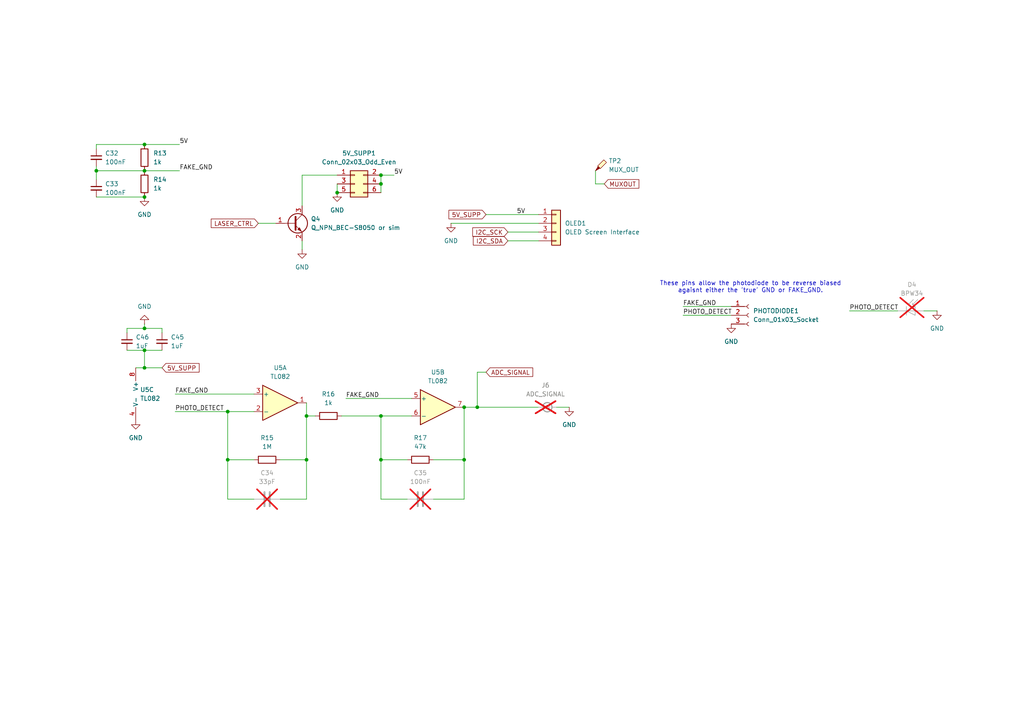
<source format=kicad_sch>
(kicad_sch (version 20250114) (generator "eeschema") (generator_version "9.0")
  (paper "A4")
  (title_block (title "Uncut Gem - Transimpedence Amp") (rev "rev 0.2") (company "Quantum Village Inc.") (comment 1 "C34/C35 are optional - Puts the opamps into integrator mode."))
  (lib_symbols
    (symbol "Amplifier_Operational:TL082" (pin_names (offset 0.127))
      (property "Reference" "U" (at 0 5.08 0))
      (property "Value" "TL082" (at 0 -5.08 0))
      (symbol "TL082_1_1"
        (polyline (pts (xy -5.08 5.08) (xy 5.08 0) (xy -5.08 -5.08) (xy -5.08 5.08)) (stroke (width 0.254)) (fill (type background)))
        (pin input line (at -7.62 2.54 0) (length 2.54) (name "+") (number "3"))
        (pin input line (at -7.62 -2.54 0) (length 2.54) (name "-") (number "2"))
        (pin output line (at 7.62 0 180) (length 2.54) (name "~") (number "1"))
      )
      (symbol "TL082_2_1"
        (polyline (pts (xy -5.08 5.08) (xy 5.08 0) (xy -5.08 -5.08) (xy -5.08 5.08)) (stroke (width 0.254)) (fill (type background)))
        (pin input line (at -7.62 2.54 0) (length 2.54) (name "+") (number "5"))
        (pin input line (at -7.62 -2.54 0) (length 2.54) (name "-") (number "6"))
        (pin output line (at 7.62 0 180) (length 2.54) (name "~") (number "7"))
      )
      (symbol "TL082_3_1"
        (pin power_in line (at -2.54 7.62 270) (length 3.81) (name "V+") (number "8"))
        (pin power_in line (at -2.54 -7.62 90) (length 3.81) (name "V-") (number "4"))
      )
    )
    (symbol "Connector:Conn_01x03_Socket" (pin_names (offset 1.016) (hide yes))
      (property "Reference" "J" (at 0 5.08 0))
      (property "Value" "Conn_01x03_Socket" (at 0 -5.08 0))
      (symbol "Conn_01x03_Socket_1_1"
        (polyline (pts (xy -1.27 2.54) (xy -0.508 2.54)) (stroke (width 0.1524)))
        (polyline (pts (xy -1.27 0) (xy -0.508 0)) (stroke (width 0.1524)))
        (polyline (pts (xy -1.27 -2.54) (xy -0.508 -2.54)) (stroke (width 0.1524)))
        (arc (start 0 2.032) (mid -0.5058 2.54) (end 0 3.048) (stroke (width 0.1524)))
        (arc (start 0 -0.508) (mid -0.5058 0) (end 0 0.508) (stroke (width 0.1524)))
        (arc (start 0 -3.048) (mid -0.5058 -2.54) (end 0 -2.032) (stroke (width 0.1524)))
        (pin passive line (at -5.08 2.54 0) (length 3.81) (name "Pin_1") (number "1"))
        (pin passive line (at -5.08 0 0) (length 3.81) (name "Pin_2") (number "2"))
        (pin passive line (at -5.08 -2.54 0) (length 3.81) (name "Pin_3") (number "3"))
      )
    )
    (symbol "Connector:Conn_Coaxial_Small" (pin_numbers (hide yes)) (pin_names (offset 1.016) (hide yes))
      (property "Reference" "J" (at 0.254 3.048 0))
      (property "Value" "Conn_Coaxial_Small" (at 0 -3.81 0))
      (symbol "Conn_Coaxial_Small_0_1"
        (polyline (pts (xy -2.54 0) (xy -0.508 0)))
        (circle (center 0 0) (radius 0.508) (stroke (width 0.2032)))
      )
      (symbol "Conn_Coaxial_Small_1_1"
        (arc (start 1.3484 0.0039) (mid 0.327 -1.308) (end -1.1916 -0.6311) (stroke (width 0.3048)))
        (arc (start -1.1916 0.6311) (mid 0.327 1.3081) (end 1.3484 -0.0039) (stroke (width 0.3048)))
        (pin passive line (at -2.54 0 0) (length 1.27) (name "In") (number "1"))
        (pin passive line (at 2.54 0 180) (length 1.27) (name "Ext") (number "2"))
      )
    )
    (symbol "Connector:TestPoint_Probe" (pin_numbers (hide yes)) (pin_names (offset 0.762) (hide yes))
      (property "Reference" "TP" (at 1.651 5.842 0))
      (property "Value" "TestPoint_Probe" (at 1.651 4.064 0))
      (symbol "TestPoint_Probe_0_1"
        (polyline (pts (xy 1.27 0.762) (xy 0 0) (xy 0.762 1.27) (xy 1.27 0.762)) (fill (type outline)))
        (polyline (pts (xy 1.397 0.635) (xy 0.635 1.397) (xy 2.413 3.175) (xy 3.175 2.413) (xy 1.397 0.635)) (fill (type background)))
      )
      (symbol "TestPoint_Probe_1_1"
        (pin passive line (at 0 0 90) (length 0) (name "1") (number "1"))
      )
    )
    (symbol "Connector_Generic:Conn_01x04" (pin_names (offset 1.016) (hide yes))
      (property "Reference" "J" (at 0 5.08 0))
      (property "Value" "Conn_01x04" (at 0 -7.62 0))
      (symbol "Conn_01x04_1_1"
        (rectangle (start -1.27 3.81) (end 1.27 -6.35) (stroke (width 0.254)) (fill (type background)))
        (rectangle (start -1.27 2.667) (end 0 2.413) (stroke (width 0.1524)))
        (rectangle (start -1.27 0.127) (end 0 -0.127) (stroke (width 0.1524)))
        (rectangle (start -1.27 -2.413) (end 0 -2.667) (stroke (width 0.1524)))
        (rectangle (start -1.27 -4.953) (end 0 -5.207) (stroke (width 0.1524)))
        (pin passive line (at -5.08 2.54 0) (length 3.81) (name "Pin_1") (number "1"))
        (pin passive line (at -5.08 0 0) (length 3.81) (name "Pin_2") (number "2"))
        (pin passive line (at -5.08 -2.54 0) (length 3.81) (name "Pin_3") (number "3"))
        (pin passive line (at -5.08 -5.08 0) (length 3.81) (name "Pin_4") (number "4"))
      )
    )
    (symbol "Connector_Generic:Conn_02x03_Odd_Even" (pin_names (offset 1.016) (hide yes))
      (property "Reference" "J" (at 1.27 5.08 0))
      (property "Value" "Conn_02x03_Odd_Even" (at 1.27 -5.08 0))
      (symbol "Conn_02x03_Odd_Even_1_1"
        (rectangle (start -1.27 3.81) (end 3.81 -3.81) (stroke (width 0.254)) (fill (type background)))
        (rectangle (start -1.27 2.667) (end 0 2.413) (stroke (width 0.1524)))
        (rectangle (start -1.27 0.127) (end 0 -0.127) (stroke (width 0.1524)))
        (rectangle (start -1.27 -2.413) (end 0 -2.667) (stroke (width 0.1524)))
        (rectangle (start 3.81 2.667) (end 2.54 2.413) (stroke (width 0.1524)))
        (rectangle (start 3.81 0.127) (end 2.54 -0.127) (stroke (width 0.1524)))
        (rectangle (start 3.81 -2.413) (end 2.54 -2.667) (stroke (width 0.1524)))
        (pin passive line (at -5.08 2.54 0) (length 3.81) (name "Pin_1") (number "1"))
        (pin passive line (at -5.08 0 0) (length 3.81) (name "Pin_3") (number "3"))
        (pin passive line (at -5.08 -2.54 0) (length 3.81) (name "Pin_5") (number "5"))
        (pin passive line (at 7.62 2.54 180) (length 3.81) (name "Pin_2") (number "2"))
        (pin passive line (at 7.62 0 180) (length 3.81) (name "Pin_4") (number "4"))
        (pin passive line (at 7.62 -2.54 180) (length 3.81) (name "Pin_6") (number "6"))
      )
    )
    (symbol "Device:C" (pin_numbers (hide yes)) (pin_names (offset 0.254))
      (property "Reference" "C" (at 0.635 2.54 0))
      (property "Value" "C" (at 0.635 -2.54 0))
      (symbol "C_0_1"
        (polyline (pts (xy -2.032 0.762) (xy 2.032 0.762)) (stroke (width 0.508)))
        (polyline (pts (xy -2.032 -0.762) (xy 2.032 -0.762)) (stroke (width 0.508)))
      )
      (symbol "C_1_1"
        (pin passive line (at 0 3.81 270) (length 2.794) (name "~") (number "1"))
        (pin passive line (at 0 -3.81 90) (length 2.794) (name "~") (number "2"))
      )
    )
    (symbol "Device:C_Small" (pin_numbers (hide yes)) (pin_names (offset 0.254) (hide yes))
      (property "Reference" "C" (at 0.254 1.778 0))
      (property "Value" "C_Small" (at 0.254 -2.032 0))
      (symbol "C_Small_0_1"
        (polyline (pts (xy -1.524 0.508) (xy 1.524 0.508)) (stroke (width 0.3048)))
        (polyline (pts (xy -1.524 -0.508) (xy 1.524 -0.508)) (stroke (width 0.3302)))
      )
      (symbol "C_Small_1_1"
        (pin passive line (at 0 2.54 270) (length 2.032) (name "~") (number "1"))
        (pin passive line (at 0 -2.54 90) (length 2.032) (name "~") (number "2"))
      )
    )
    (symbol "Device:R" (pin_numbers (hide yes)) (pin_names (offset 0))
      (property "Reference" "R" (at 2.032 0 90))
      (property "Value" "R" (at 0 0 90))
      (symbol "R_0_1"
        (rectangle (start -1.016 -2.54) (end 1.016 2.54) (stroke (width 0.254)))
      )
      (symbol "R_1_1"
        (pin passive line (at 0 3.81 270) (length 1.27) (name "~") (number "1"))
        (pin passive line (at 0 -3.81 90) (length 1.27) (name "~") (number "2"))
      )
    )
    (symbol "Sensor_Optical:BPW34" (pin_numbers (hide yes)) (pin_names (offset 1.016) (hide yes))
      (property "Reference" "D" (at 0.508 1.778 0))
      (property "Value" "BPW34" (at -1.016 -2.794 0))
      (symbol "BPW34_0_1"
        (polyline (pts (xy -2.54 1.27) (xy -2.54 -1.27)) (stroke (width 0.1524)))
        (polyline (pts (xy -2.032 1.778) (xy -1.524 1.778)))
        (polyline (pts (xy -0.508 3.302) (xy -2.032 1.778) (xy -2.032 2.286)))
        (polyline (pts (xy 0 1.27) (xy -2.54 0) (xy 0 -1.27)))
        (polyline (pts (xy 0 0) (xy -2.54 0)))
        (polyline (pts (xy 0 -1.27) (xy 0 1.27)))
        (polyline (pts (xy 0.762 3.302) (xy -0.762 1.778) (xy -0.762 2.286) (xy -0.762 1.778) (xy -0.254 1.778)))
      )
      (symbol "BPW34_1_1"
        (pin passive line (at -5.08 0 0) (length 2.54) (name "K") (number "1"))
        (pin passive line (at 2.54 0 180) (length 2.54) (name "A") (number "2"))
      )
    )
    (symbol "Transistor_BJT:Q_NPN_BEC" (pin_names (offset 0) (hide yes))
      (property "Reference" "Q" (at 5.08 1.27 0))
      (property "Value" "Q_NPN_BEC" (at 5.08 -1.27 0))
      (symbol "Q_NPN_BEC_0_1"
        (polyline (pts (xy -2.54 0) (xy 0.635 0)))
        (polyline (pts (xy 0.635 1.905) (xy 0.635 -1.905)) (stroke (width 0.508)))
        (circle (center 1.27 0) (radius 2.8194) (stroke (width 0.254)))
      )
      (symbol "Q_NPN_BEC_1_1"
        (polyline (pts (xy 0.635 0.635) (xy 2.54 2.54)))
        (polyline (pts (xy 0.635 -0.635) (xy 2.54 -2.54)))
        (polyline (pts (xy 1.27 -1.778) (xy 1.778 -1.27) (xy 2.286 -2.286) (xy 1.27 -1.778)) (fill (type outline)))
        (pin input line (at -5.08 0 0) (length 2.54) (name "B") (number "1"))
        (pin passive line (at 2.54 5.08 270) (length 2.54) (name "C") (number "3"))
        (pin passive line (at 2.54 -5.08 90) (length 2.54) (name "E") (number "2"))
      )
    )
    (symbol "power:GND" (power) (pin_numbers (hide yes)) (pin_names (offset 0) (hide yes))
      (property "Value" "GND" (at 0 -3.81 0))
      (symbol "GND_0_1"
        (polyline (pts (xy 0 0) (xy 0 -1.27) (xy 1.27 -1.27) (xy 0 -2.54) (xy -1.27 -1.27) (xy 0 -1.27)))
      )
      (symbol "GND_1_1"
        (pin power_in line (at 0 0 270) (length 0) (name "~") (number "1"))
      )
    )
  )
  (text "These pins allow the photodiode to be reverse biased\nagaisnt either the 'true' GND or FAKE_GND." (at 217.678 83.312 0) (effects (font (size 1.27 1.27))))
  (junction (at 134.62 118.11))
  (junction (at 134.62 133.35))
  (junction (at 110.49 50.8))
  (junction (at 110.49 53.34))
  (junction (at 41.91 106.68))
  (junction (at 66.04 119.38))
  (junction (at 41.91 49.53))
  (junction (at 66.04 133.35))
  (junction (at 27.94 49.53))
  (junction (at 41.91 101.6))
  (junction (at 110.49 133.35))
  (junction (at 88.9 133.35))
  (junction (at 88.9 120.65))
  (junction (at 41.91 95.25))
  (junction (at 41.91 41.91))
  (junction (at 110.49 120.65))
  (junction (at 138.43 118.11))
  (junction (at 97.79 55.88))
  (junction (at 41.91 57.15))
  (wire (pts (xy 147.32 67.31) (xy 156.21 67.31)))
  (wire (pts (xy 198.12 88.9) (xy 212.09 88.9)))
  (wire (pts (xy 88.9 120.65) (xy 88.9 133.35)))
  (wire (pts (xy 87.63 50.8) (xy 97.79 50.8)))
  (wire (pts (xy 99.06 120.65) (xy 110.49 120.65)))
  (wire (pts (xy 36.83 101.6) (xy 41.91 101.6)))
  (wire (pts (xy 41.91 93.98) (xy 41.91 95.25)))
  (wire (pts (xy 267.97 90.17) (xy 271.78 90.17)))
  (wire (pts (xy 46.99 95.25) (xy 41.91 95.25)))
  (wire (pts (xy 110.49 133.35) (xy 110.49 120.65)))
  (wire (pts (xy 41.91 101.6) (xy 46.99 101.6)))
  (wire (pts (xy 27.94 57.15) (xy 41.91 57.15)))
  (wire (pts (xy 41.91 95.25) (xy 36.83 95.25)))
  (wire (pts (xy 100.33 115.57) (xy 119.38 115.57)))
  (wire (pts (xy 134.62 118.11) (xy 134.62 133.35)))
  (wire (pts (xy 81.28 133.35) (xy 88.9 133.35)))
  (wire (pts (xy 212.09 91.44) (xy 198.12 91.44)))
  (wire (pts (xy 27.94 49.53) (xy 41.91 49.53)))
  (wire (pts (xy 46.99 96.52) (xy 46.99 95.25)))
  (wire (pts (xy 110.49 53.34) (xy 110.49 55.88)))
  (wire (pts (xy 172.72 53.34) (xy 172.72 49.53)))
  (wire (pts (xy 50.8 114.3) (xy 73.66 114.3)))
  (wire (pts (xy 134.62 133.35) (xy 134.62 144.78)))
  (wire (pts (xy 110.49 144.78) (xy 110.49 133.35)))
  (wire (pts (xy 27.94 41.91) (xy 27.94 43.18)))
  (wire (pts (xy 27.94 49.53) (xy 27.94 52.07)))
  (wire (pts (xy 161.29 118.11) (xy 165.1 118.11)))
  (wire (pts (xy 147.32 69.85) (xy 156.21 69.85)))
  (wire (pts (xy 140.97 62.23) (xy 156.21 62.23)))
  (wire (pts (xy 66.04 144.78) (xy 66.04 133.35)))
  (wire (pts (xy 39.37 106.68) (xy 41.91 106.68)))
  (wire (pts (xy 87.63 59.69) (xy 87.63 50.8)))
  (wire (pts (xy 27.94 48.26) (xy 27.94 49.53)))
  (wire (pts (xy 134.62 118.11) (xy 138.43 118.11)))
  (wire (pts (xy 110.49 50.8) (xy 110.49 53.34)))
  (wire (pts (xy 134.62 144.78) (xy 125.73 144.78)))
  (wire (pts (xy 88.9 144.78) (xy 88.9 133.35)))
  (wire (pts (xy 41.91 49.53) (xy 52.07 49.53)))
  (wire (pts (xy 74.93 64.77) (xy 80.01 64.77)))
  (wire (pts (xy 73.66 133.35) (xy 66.04 133.35)))
  (wire (pts (xy 138.43 107.95) (xy 138.43 118.11)))
  (wire (pts (xy 110.49 50.8) (xy 114.3 50.8)))
  (wire (pts (xy 88.9 116.84) (xy 88.9 120.65)))
  (wire (pts (xy 36.83 95.25) (xy 36.83 96.52)))
  (wire (pts (xy 41.91 101.6) (xy 41.91 106.68)))
  (wire (pts (xy 41.91 106.68) (xy 46.99 106.68)))
  (wire (pts (xy 97.79 53.34) (xy 97.79 55.88)))
  (wire (pts (xy 88.9 120.65) (xy 91.44 120.65)))
  (wire (pts (xy 66.04 119.38) (xy 66.04 133.35)))
  (wire (pts (xy 246.38 90.17) (xy 260.35 90.17)))
  (wire (pts (xy 134.62 133.35) (xy 125.73 133.35)))
  (wire (pts (xy 73.66 144.78) (xy 66.04 144.78)))
  (wire (pts (xy 172.72 53.34) (xy 175.26 53.34)))
  (wire (pts (xy 118.11 144.78) (xy 110.49 144.78)))
  (wire (pts (xy 110.49 120.65) (xy 119.38 120.65)))
  (wire (pts (xy 27.94 41.91) (xy 41.91 41.91)))
  (wire (pts (xy 130.81 64.77) (xy 156.21 64.77)))
  (wire (pts (xy 41.91 41.91) (xy 52.07 41.91)))
  (wire (pts (xy 110.49 133.35) (xy 118.11 133.35)))
  (wire (pts (xy 50.8 119.38) (xy 66.04 119.38)))
  (wire (pts (xy 140.97 107.95) (xy 138.43 107.95)))
  (wire (pts (xy 66.04 119.38) (xy 73.66 119.38)))
  (wire (pts (xy 138.43 118.11) (xy 156.21 118.11)))
  (wire (pts (xy 87.63 69.85) (xy 87.63 72.39)))
  (wire (pts (xy 81.28 144.78) (xy 88.9 144.78)))
  (label "5V" (at 52.07 41.91 0))
  (label "5V" (at 149.86 62.23 0))
  (label "PHOTO_DETECT" (at 246.38 90.17 0))
  (label "FAKE_GND" (at 50.8 114.3 0))
  (label "PHOTO_DETECT" (at 50.8 119.38 0))
  (label "FAKE_GND" (at 100.33 115.57 0))
  (label "FAKE_GND" (at 52.07 49.53 0))
  (label "5V" (at 114.3 50.8 0))
  (label "PHOTO_DETECT" (at 198.12 91.44 0))
  (label "FAKE_GND" (at 198.12 88.9 0))
  (global_label "I2C_SDA" (shape input) (at 147.32 69.85 180) (property "Intersheetrefs" "${INTERSHEET_REFS}" (effects (hide yes))))
  (global_label "I2C_SCK" (shape input) (at 147.32 67.31 180) (property "Intersheetrefs" "${INTERSHEET_REFS}" (effects (hide yes))))
  (global_label "ADC_SIGNAL" (shape input) (at 140.97 107.95 0) (property "Intersheetrefs" "${INTERSHEET_REFS}" (effects (hide yes))))
  (global_label "MUXOUT" (shape input) (at 175.26 53.34 0) (property "Intersheetrefs" "${INTERSHEET_REFS}" (effects (hide yes))))
  (global_label "LASER_CTRL" (shape input) (at 74.93 64.77 180) (property "Intersheetrefs" "${INTERSHEET_REFS}" (effects (hide yes))))
  (global_label "5V_SUPP" (shape input) (at 140.97 62.23 180) (property "Intersheetrefs" "${INTERSHEET_REFS}" (effects (hide yes))))
  (global_label "5V_SUPP" (shape input) (at 46.99 106.68 0) (property "Intersheetrefs" "${INTERSHEET_REFS}" (effects (hide yes))))
  (symbol (lib_id "power:GND") (at 130.81 64.77 0) (unit 1)
    (property "Reference" "#PWR036" (effects (hide yes)))
    (property "Value" "GND" (at 130.81 69.85 0))
    (property "Description" "Power symbol creates a global label with name \"GND\" , ground" (effects (hide yes)))
  )
  (symbol (lib_id "Amplifier_Operational:TL082") (at 127 118.11 0) (unit 2)
    (property "Reference" "U5" (at 127 107.95 0))
    (property "Value" "TL082" (at 127 110.49 0))
    (property "Footprint" "Package_SO:SOIC-8_3.9x4.9mm_P1.27mm" (effects (hide yes)))
    (property "Datasheet" "http://www.ti.com/lit/ds/symlink/tl081.pdf" (effects (hide yes)))
    (property "Description" "Dual JFET-Input Operational Amplifiers, DIP-8/SOIC-8/SSOP-8" (effects (hide yes)))
  )
  (symbol (lib_id "power:GND") (at 271.78 90.17 0) (unit 1)
    (property "Reference" "#PWR040" (effects (hide yes)))
    (property "Value" "GND" (at 271.78 95.25 0))
    (property "Description" "Power symbol creates a global label with name \"GND\" , ground" (effects (hide yes)))
  )
  (symbol (lib_id "Device:C_Small") (at 27.94 54.61 0) (unit 1)
    (property "Reference" "C33" (at 30.48 53.3462 0) (effects (justify left)))
    (property "Value" "100nF" (at 30.48 55.8862 0) (effects (justify left)))
    (property "Footprint" "Capacitor_SMD:C_0603_1608Metric_Pad1.08x0.95mm_HandSolder" (effects (hide yes)))
    (property "Description" "Unpolarized capacitor, small symbol" (effects (hide yes)))
  )
  (symbol (lib_id "Device:R") (at 121.92 133.35 90) (unit 1)
    (property "Reference" "R17" (at 121.92 127 90))
    (property "Value" "47k" (at 121.92 129.54 90))
    (property "Footprint" "Resistor_SMD:R_0603_1608Metric_Pad0.98x0.95mm_HandSolder" (effects (hide yes)))
    (property "Description" "Resistor" (effects (hide yes)))
  )
  (symbol (lib_id "power:GND") (at 97.79 55.88 0) (unit 1)
    (property "Reference" "#PWR035" (effects (hide yes)))
    (property "Value" "GND" (at 97.79 60.96 0))
    (property "Description" "Power symbol creates a global label with name \"GND\" , ground" (effects (hide yes)))
  )
  (symbol (lib_id "power:GND") (at 212.09 93.98 0) (unit 1)
    (property "Reference" "#PWR039" (effects (hide yes)))
    (property "Value" "GND" (at 212.09 99.06 0))
    (property "Description" "Power symbol creates a global label with name \"GND\" , ground" (effects (hide yes)))
  )
  (symbol (lib_id "Device:C_Small") (at 27.94 45.72 0) (unit 1)
    (property "Reference" "C32" (at 30.48 44.4562 0) (effects (justify left)))
    (property "Value" "100nF" (at 30.48 46.9962 0) (effects (justify left)))
    (property "Footprint" "Capacitor_SMD:C_0603_1608Metric_Pad1.08x0.95mm_HandSolder" (effects (hide yes)))
    (property "Description" "Unpolarized capacitor, small symbol" (effects (hide yes)))
  )
  (symbol (lib_id "Amplifier_Operational:TL082") (at 41.91 114.3 0) (unit 3)
    (property "Reference" "U5" (at 40.64 113.0299 0) (effects (justify left)))
    (property "Value" "TL082" (at 40.64 115.5699 0) (effects (justify left)))
    (property "Footprint" "Package_SO:SOIC-8_3.9x4.9mm_P1.27mm" (effects (hide yes)))
    (property "Datasheet" "http://www.ti.com/lit/ds/symlink/tl081.pdf" (effects (hide yes)))
    (property "Description" "Dual JFET-Input Operational Amplifiers, DIP-8/SOIC-8/SSOP-8" (effects (hide yes)))
  )
  (symbol (lib_id "Transistor_BJT:Q_NPN_BEC") (at 85.09 64.77 0) (unit 1)
    (property "Reference" "Q4" (at 90.17 63.4999 0) (effects (justify left)))
    (property "Value" "Q_NPN_BEC-S8050 or sim" (at 90.17 66.0399 0) (effects (justify left)))
    (property "Footprint" "Package_TO_SOT_SMD:SOT-23-3" (effects (hide yes)))
    (property "Description" "NPN transistor, base/emitter/collector" (effects (hide yes)))
  )
  (symbol (lib_id "power:GND") (at 41.91 57.15 0) (unit 1)
    (property "Reference" "#PWR030" (effects (hide yes)))
    (property "Value" "GND" (at 41.91 62.23 0))
    (property "Description" "Power symbol creates a global label with name \"GND\" , ground" (effects (hide yes)))
  )
  (symbol (lib_id "Device:C") (at 121.92 144.78 90) (unit 1) (dnp yes)
    (property "Reference" "C35" (at 121.92 137.16 90))
    (property "Value" "100nF" (at 121.92 139.7 90))
    (property "Footprint" "Capacitor_SMD:C_0603_1608Metric_Pad1.08x0.95mm_HandSolder" (effects (hide yes)))
    (property "Description" "Unpolarized capacitor" (effects (hide yes)))
  )
  (symbol (lib_id "Connector:Conn_Coaxial_Small") (at 158.75 118.11 0) (unit 1) (dnp yes)
    (property "Reference" "J6" (at 158.2304 111.76 0))
    (property "Value" "ADC_SIGNAL" (at 158.2304 114.3 0))
    (property "Footprint" "Connector_Coaxial:SMA_Molex_73251-2200_Horizontal" (effects (hide yes)))
    (property "Description" "small coaxial connector (BNC, SMA, SMB, SMC, Cinch/RCA, LEMO, ...)" (effects (hide yes)))
  )
  (symbol (lib_id "power:GND") (at 165.1 118.11 0) (unit 1)
    (property "Reference" "#PWR033" (effects (hide yes)))
    (property "Value" "GND" (at 165.1 123.19 0))
    (property "Description" "Power symbol creates a global label with name \"GND\" , ground" (effects (hide yes)))
  )
  (symbol (lib_id "Device:C") (at 77.47 144.78 90) (unit 1) (dnp yes)
    (property "Reference" "C34" (at 77.47 137.16 90))
    (property "Value" "33pF" (at 77.47 139.7 90))
    (property "Footprint" "Capacitor_SMD:C_0603_1608Metric_Pad1.08x0.95mm_HandSolder" (effects (hide yes)))
    (property "Description" "Unpolarized capacitor" (effects (hide yes)))
  )
  (symbol (lib_id "power:GND") (at 39.37 121.92 0) (unit 1)
    (property "Reference" "#PWR031" (effects (hide yes)))
    (property "Value" "GND" (at 39.37 127 0))
    (property "Description" "Power symbol creates a global label with name \"GND\" , ground" (effects (hide yes)))
  )
  (symbol (lib_id "Connector_Generic:Conn_01x04") (at 161.29 64.77 0) (unit 1)
    (property "Reference" "OLED1" (at 163.83 64.7699 0) (effects (justify left)))
    (property "Value" "OLED Screen Interface" (at 163.83 67.3099 0) (effects (justify left)))
    (property "Footprint" "Connector_PinSocket_2.54mm:PinSocket_1x04_P2.54mm_Vertical" (effects (hide yes)))
    (property "Description" "Generic connector, single row, 01x04, script generated (kicad-library-utils/schlib/autogen/connector/)" (effects (hide yes)))
  )
  (symbol (lib_id "Device:R") (at 41.91 53.34 0) (unit 1)
    (property "Reference" "R14" (at 44.45 52.0699 0) (effects (justify left)))
    (property "Value" "1k" (at 44.45 54.6099 0) (effects (justify left)))
    (property "Footprint" "Resistor_SMD:R_0603_1608Metric_Pad0.98x0.95mm_HandSolder" (effects (hide yes)))
    (property "Description" "Resistor" (effects (hide yes)))
  )
  (symbol (lib_id "Sensor_Optical:BPW34") (at 265.43 90.17 0) (unit 1) (dnp yes)
    (property "Reference" "D4" (at 264.5029 82.55 0))
    (property "Value" "BPW34" (at 264.5029 85.09 0))
    (property "Footprint" "OptoDevice:Osram_DIL2_4.3x4.65mm_P5.08mm" (effects (hide yes)))
    (property "Datasheet" "http://www.vishay.com/docs/81521/bpw34.pdf" (effects (hide yes)))
    (property "Description" "Silicon PIN Photodiode" (effects (hide yes)))
  )
  (symbol (lib_id "Device:C_Small") (at 36.83 99.06 0) (unit 1)
    (property "Reference" "C46" (at 39.37 97.7962 0) (effects (justify left)))
    (property "Value" "1uF" (at 39.37 100.3362 0) (effects (justify left)))
    (property "Footprint" "Capacitor_SMD:C_0603_1608Metric_Pad1.08x0.95mm_HandSolder" (effects (hide yes)))
    (property "Description" "Unpolarized capacitor, small symbol" (effects (hide yes)))
  )
  (symbol (lib_id "Device:R") (at 95.25 120.65 90) (unit 1)
    (property "Reference" "R16" (at 95.25 114.3 90))
    (property "Value" "1k" (at 95.25 116.84 90))
    (property "Footprint" "Resistor_SMD:R_0603_1608Metric_Pad0.98x0.95mm_HandSolder" (effects (hide yes)))
    (property "Description" "Resistor" (effects (hide yes)))
  )
  (symbol (lib_id "power:GND") (at 41.91 93.98 180) (unit 1)
    (property "Reference" "#PWR055" (effects (hide yes)))
    (property "Value" "GND" (at 41.91 88.9 0))
    (property "Description" "Power symbol creates a global label with name \"GND\" , ground" (effects (hide yes)))
  )
  (symbol (lib_id "Connector:TestPoint_Probe") (at 172.72 49.53 0) (unit 1)
    (property "Reference" "TP2" (at 176.53 46.6724 0) (effects (justify left)))
    (property "Value" "MUX_OUT" (at 176.53 49.2124 0) (effects (justify left)))
    (property "Footprint" "TestPoint:TestPoint_THTPad_D2.5mm_Drill1.2mm" (effects (hide yes)))
    (property "Description" "test point (alternative probe-style design)" (effects (hide yes)))
  )
  (symbol (lib_id "Amplifier_Operational:TL082") (at 81.28 116.84 0) (unit 1)
    (property "Reference" "U5" (at 81.28 106.68 0))
    (property "Value" "TL082" (at 81.28 109.22 0))
    (property "Footprint" "Package_SO:SOIC-8_3.9x4.9mm_P1.27mm" (effects (hide yes)))
    (property "Datasheet" "http://www.ti.com/lit/ds/symlink/tl081.pdf" (effects (hide yes)))
    (property "Description" "Dual JFET-Input Operational Amplifiers, DIP-8/SOIC-8/SSOP-8" (effects (hide yes)))
  )
  (symbol (lib_id "Connector_Generic:Conn_02x03_Odd_Even") (at 102.87 53.34 0) (unit 1)
    (property "Reference" "5V_SUPP1" (at 104.14 44.45 0))
    (property "Value" "Conn_02x03_Odd_Even" (at 104.14 46.99 0))
    (property "Footprint" "Connector_PinHeader_2.54mm:PinHeader_2x03_P2.54mm_Vertical" (effects (hide yes)))
    (property "Description" "Generic connector, double row, 02x03, odd/even pin numbering scheme (row 1 odd numbers, row 2 even numbers), script generated (kicad-library-utils/schlib/autogen/connector/)" (effects (hide yes)))
  )
  (symbol (lib_id "Device:R") (at 41.91 45.72 0) (unit 1)
    (property "Reference" "R13" (at 44.45 44.4499 0) (effects (justify left)))
    (property "Value" "1k" (at 44.45 46.9899 0) (effects (justify left)))
    (property "Footprint" "Resistor_SMD:R_0603_1608Metric_Pad0.98x0.95mm_HandSolder" (effects (hide yes)))
    (property "Description" "Resistor" (effects (hide yes)))
  )
  (symbol (lib_id "Connector:Conn_01x03_Socket") (at 217.17 91.44 0) (unit 1)
    (property "Reference" "PHOTODIODE1" (at 218.44 90.1699 0) (effects (justify left)))
    (property "Value" "Conn_01x03_Socket" (at 218.44 92.7099 0) (effects (justify left)))
    (property "Footprint" "Connector_PinSocket_2.54mm:PinSocket_1x03_P2.54mm_Vertical" (effects (hide yes)))
    (property "Description" "Generic connector, single row, 01x03, script generated" (effects (hide yes)))
  )
  (symbol (lib_id "Device:C_Small") (at 46.99 99.06 0) (unit 1)
    (property "Reference" "C45" (at 49.53 97.7962 0) (effects (justify left)))
    (property "Value" "1uF" (at 49.53 100.3362 0) (effects (justify left)))
    (property "Footprint" "Capacitor_SMD:C_0603_1608Metric_Pad1.08x0.95mm_HandSolder" (effects (hide yes)))
    (property "Description" "Unpolarized capacitor, small symbol" (effects (hide yes)))
  )
  (symbol (lib_id "Device:R") (at 77.47 133.35 90) (unit 1)
    (property "Reference" "R15" (at 77.47 127 90))
    (property "Value" "1M" (at 77.47 129.54 90))
    (property "Footprint" "Resistor_SMD:R_0603_1608Metric_Pad0.98x0.95mm_HandSolder" (effects (hide yes)))
    (property "Description" "Resistor" (effects (hide yes)))
  )
  (symbol (lib_id "power:GND") (at 87.63 72.39 0) (unit 1)
    (property "Reference" "#PWR041" (effects (hide yes)))
    (property "Value" "GND" (at 87.63 77.47 0))
    (property "Description" "Power symbol creates a global label with name \"GND\" , ground" (effects (hide yes)))
  )
)
</source>
